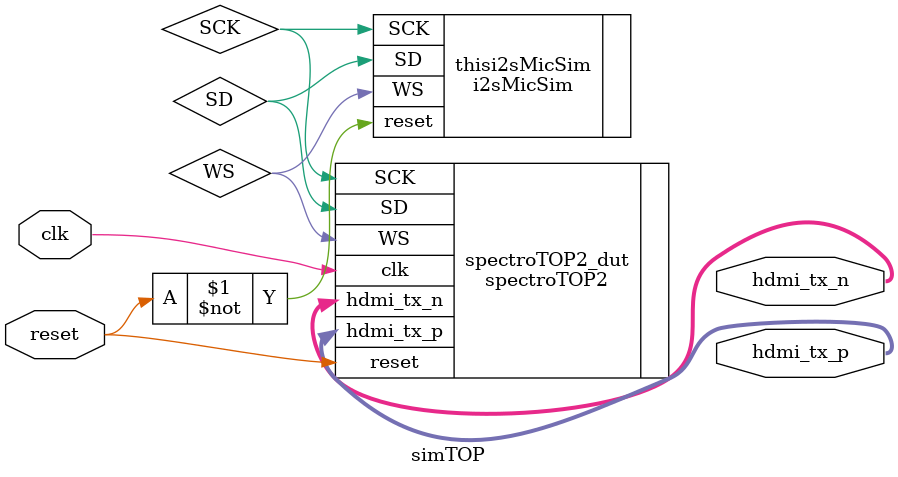
<source format=v>
module simTOP #(
    parameter
    A = 22
) (
    input wire clk,
    input wire reset,

    output wire [3:0] hdmi_tx_n,
    output wire [3:0] hdmi_tx_p
);

wire SD, WS, SCK; 

i2sMicSim thisi2sMicSim 
    (
        .SCK (SCK ),
        .reset (~reset ),
        .WS (WS ),
        .SD ( SD)
    );

spectroTOP2 spectroTOP2_dut (
      .clk (clk ),
      .reset (reset ),
      .SD (SD ),
      .WS (WS ),
      .SCK (SCK ),
      .hdmi_tx_n (hdmi_tx_n ),
      .hdmi_tx_p  ( hdmi_tx_p)
    );
  

endmodule
</source>
